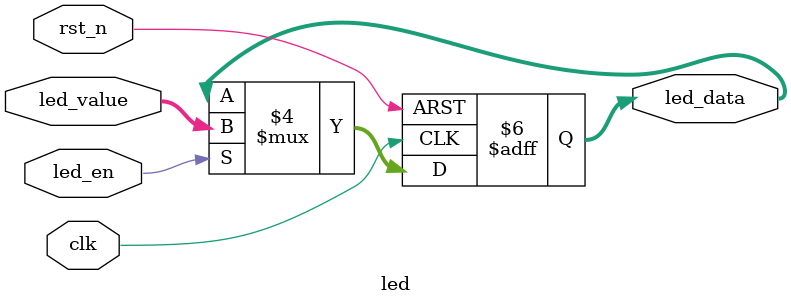
<source format=v>
`timescale 1ns/1ns
module led
#(
	parameter LED_WIDTH = 4
)
(
	//global clock
	input						clk,
	input						rst_n,
	
	//user interface
	input						led_en,
	input		[LED_WIDTH-1:0]	led_value,
	
	//led interface	
	output	reg	[LED_WIDTH-1:0]	led_data
);

//--------------------------------------
always@(posedge clk or negedge rst_n)
begin
	if(!rst_n)
		led_data <= {LED_WIDTH{1'b0}};
	else if(led_en)
		led_data <= led_value;
	else
		led_data <= led_data;
end

endmodule

</source>
